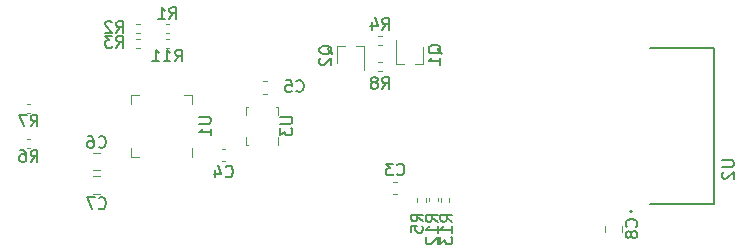
<source format=gbr>
%TF.GenerationSoftware,KiCad,Pcbnew,(7.0.0)*%
%TF.CreationDate,2023-10-22T09:50:51+03:00*%
%TF.ProjectId,nanoInvaderBot-logic,6e616e6f-496e-4766-9164-6572426f742d,rev?*%
%TF.SameCoordinates,Original*%
%TF.FileFunction,Legend,Bot*%
%TF.FilePolarity,Positive*%
%FSLAX46Y46*%
G04 Gerber Fmt 4.6, Leading zero omitted, Abs format (unit mm)*
G04 Created by KiCad (PCBNEW (7.0.0)) date 2023-10-22 09:50:51*
%MOMM*%
%LPD*%
G01*
G04 APERTURE LIST*
%ADD10C,0.150000*%
%ADD11C,0.120000*%
%ADD12C,0.127000*%
%ADD13C,0.200000*%
G04 APERTURE END LIST*
D10*
%TO.C,R2*%
X129666666Y-92117380D02*
X129999999Y-91641190D01*
X130238094Y-92117380D02*
X130238094Y-91117380D01*
X130238094Y-91117380D02*
X129857142Y-91117380D01*
X129857142Y-91117380D02*
X129761904Y-91165000D01*
X129761904Y-91165000D02*
X129714285Y-91212619D01*
X129714285Y-91212619D02*
X129666666Y-91307857D01*
X129666666Y-91307857D02*
X129666666Y-91450714D01*
X129666666Y-91450714D02*
X129714285Y-91545952D01*
X129714285Y-91545952D02*
X129761904Y-91593571D01*
X129761904Y-91593571D02*
X129857142Y-91641190D01*
X129857142Y-91641190D02*
X130238094Y-91641190D01*
X129285713Y-91212619D02*
X129238094Y-91165000D01*
X129238094Y-91165000D02*
X129142856Y-91117380D01*
X129142856Y-91117380D02*
X128904761Y-91117380D01*
X128904761Y-91117380D02*
X128809523Y-91165000D01*
X128809523Y-91165000D02*
X128761904Y-91212619D01*
X128761904Y-91212619D02*
X128714285Y-91307857D01*
X128714285Y-91307857D02*
X128714285Y-91403095D01*
X128714285Y-91403095D02*
X128761904Y-91545952D01*
X128761904Y-91545952D02*
X129333332Y-92117380D01*
X129333332Y-92117380D02*
X128714285Y-92117380D01*
%TO.C,U3*%
X143567380Y-99238095D02*
X144376904Y-99238095D01*
X144376904Y-99238095D02*
X144472142Y-99285714D01*
X144472142Y-99285714D02*
X144519761Y-99333333D01*
X144519761Y-99333333D02*
X144567380Y-99428571D01*
X144567380Y-99428571D02*
X144567380Y-99619047D01*
X144567380Y-99619047D02*
X144519761Y-99714285D01*
X144519761Y-99714285D02*
X144472142Y-99761904D01*
X144472142Y-99761904D02*
X144376904Y-99809523D01*
X144376904Y-99809523D02*
X143567380Y-99809523D01*
X143567380Y-100190476D02*
X143567380Y-100809523D01*
X143567380Y-100809523D02*
X143948333Y-100476190D01*
X143948333Y-100476190D02*
X143948333Y-100619047D01*
X143948333Y-100619047D02*
X143995952Y-100714285D01*
X143995952Y-100714285D02*
X144043571Y-100761904D01*
X144043571Y-100761904D02*
X144138809Y-100809523D01*
X144138809Y-100809523D02*
X144376904Y-100809523D01*
X144376904Y-100809523D02*
X144472142Y-100761904D01*
X144472142Y-100761904D02*
X144519761Y-100714285D01*
X144519761Y-100714285D02*
X144567380Y-100619047D01*
X144567380Y-100619047D02*
X144567380Y-100333333D01*
X144567380Y-100333333D02*
X144519761Y-100238095D01*
X144519761Y-100238095D02*
X144472142Y-100190476D01*
%TO.C,C5*%
X144916666Y-97022142D02*
X144964285Y-97069761D01*
X144964285Y-97069761D02*
X145107142Y-97117380D01*
X145107142Y-97117380D02*
X145202380Y-97117380D01*
X145202380Y-97117380D02*
X145345237Y-97069761D01*
X145345237Y-97069761D02*
X145440475Y-96974523D01*
X145440475Y-96974523D02*
X145488094Y-96879285D01*
X145488094Y-96879285D02*
X145535713Y-96688809D01*
X145535713Y-96688809D02*
X145535713Y-96545952D01*
X145535713Y-96545952D02*
X145488094Y-96355476D01*
X145488094Y-96355476D02*
X145440475Y-96260238D01*
X145440475Y-96260238D02*
X145345237Y-96165000D01*
X145345237Y-96165000D02*
X145202380Y-96117380D01*
X145202380Y-96117380D02*
X145107142Y-96117380D01*
X145107142Y-96117380D02*
X144964285Y-96165000D01*
X144964285Y-96165000D02*
X144916666Y-96212619D01*
X144011904Y-96117380D02*
X144488094Y-96117380D01*
X144488094Y-96117380D02*
X144535713Y-96593571D01*
X144535713Y-96593571D02*
X144488094Y-96545952D01*
X144488094Y-96545952D02*
X144392856Y-96498333D01*
X144392856Y-96498333D02*
X144154761Y-96498333D01*
X144154761Y-96498333D02*
X144059523Y-96545952D01*
X144059523Y-96545952D02*
X144011904Y-96593571D01*
X144011904Y-96593571D02*
X143964285Y-96688809D01*
X143964285Y-96688809D02*
X143964285Y-96926904D01*
X143964285Y-96926904D02*
X144011904Y-97022142D01*
X144011904Y-97022142D02*
X144059523Y-97069761D01*
X144059523Y-97069761D02*
X144154761Y-97117380D01*
X144154761Y-97117380D02*
X144392856Y-97117380D01*
X144392856Y-97117380D02*
X144488094Y-97069761D01*
X144488094Y-97069761D02*
X144535713Y-97022142D01*
%TO.C,R3*%
X129666666Y-93367380D02*
X129999999Y-92891190D01*
X130238094Y-93367380D02*
X130238094Y-92367380D01*
X130238094Y-92367380D02*
X129857142Y-92367380D01*
X129857142Y-92367380D02*
X129761904Y-92415000D01*
X129761904Y-92415000D02*
X129714285Y-92462619D01*
X129714285Y-92462619D02*
X129666666Y-92557857D01*
X129666666Y-92557857D02*
X129666666Y-92700714D01*
X129666666Y-92700714D02*
X129714285Y-92795952D01*
X129714285Y-92795952D02*
X129761904Y-92843571D01*
X129761904Y-92843571D02*
X129857142Y-92891190D01*
X129857142Y-92891190D02*
X130238094Y-92891190D01*
X129333332Y-92367380D02*
X128714285Y-92367380D01*
X128714285Y-92367380D02*
X129047618Y-92748333D01*
X129047618Y-92748333D02*
X128904761Y-92748333D01*
X128904761Y-92748333D02*
X128809523Y-92795952D01*
X128809523Y-92795952D02*
X128761904Y-92843571D01*
X128761904Y-92843571D02*
X128714285Y-92938809D01*
X128714285Y-92938809D02*
X128714285Y-93176904D01*
X128714285Y-93176904D02*
X128761904Y-93272142D01*
X128761904Y-93272142D02*
X128809523Y-93319761D01*
X128809523Y-93319761D02*
X128904761Y-93367380D01*
X128904761Y-93367380D02*
X129190475Y-93367380D01*
X129190475Y-93367380D02*
X129285713Y-93319761D01*
X129285713Y-93319761D02*
X129333332Y-93272142D01*
%TO.C,Q1*%
X157212619Y-93904761D02*
X157165000Y-93809523D01*
X157165000Y-93809523D02*
X157069761Y-93714285D01*
X157069761Y-93714285D02*
X156926904Y-93571428D01*
X156926904Y-93571428D02*
X156879285Y-93476190D01*
X156879285Y-93476190D02*
X156879285Y-93380952D01*
X157117380Y-93428571D02*
X157069761Y-93333333D01*
X157069761Y-93333333D02*
X156974523Y-93238095D01*
X156974523Y-93238095D02*
X156784047Y-93190476D01*
X156784047Y-93190476D02*
X156450714Y-93190476D01*
X156450714Y-93190476D02*
X156260238Y-93238095D01*
X156260238Y-93238095D02*
X156165000Y-93333333D01*
X156165000Y-93333333D02*
X156117380Y-93428571D01*
X156117380Y-93428571D02*
X156117380Y-93619047D01*
X156117380Y-93619047D02*
X156165000Y-93714285D01*
X156165000Y-93714285D02*
X156260238Y-93809523D01*
X156260238Y-93809523D02*
X156450714Y-93857142D01*
X156450714Y-93857142D02*
X156784047Y-93857142D01*
X156784047Y-93857142D02*
X156974523Y-93809523D01*
X156974523Y-93809523D02*
X157069761Y-93714285D01*
X157069761Y-93714285D02*
X157117380Y-93619047D01*
X157117380Y-93619047D02*
X157117380Y-93428571D01*
X157117380Y-94809523D02*
X157117380Y-94238095D01*
X157117380Y-94523809D02*
X156117380Y-94523809D01*
X156117380Y-94523809D02*
X156260238Y-94428571D01*
X156260238Y-94428571D02*
X156355476Y-94333333D01*
X156355476Y-94333333D02*
X156403095Y-94238095D01*
%TO.C,C8*%
X173702142Y-108533333D02*
X173749761Y-108485714D01*
X173749761Y-108485714D02*
X173797380Y-108342857D01*
X173797380Y-108342857D02*
X173797380Y-108247619D01*
X173797380Y-108247619D02*
X173749761Y-108104762D01*
X173749761Y-108104762D02*
X173654523Y-108009524D01*
X173654523Y-108009524D02*
X173559285Y-107961905D01*
X173559285Y-107961905D02*
X173368809Y-107914286D01*
X173368809Y-107914286D02*
X173225952Y-107914286D01*
X173225952Y-107914286D02*
X173035476Y-107961905D01*
X173035476Y-107961905D02*
X172940238Y-108009524D01*
X172940238Y-108009524D02*
X172845000Y-108104762D01*
X172845000Y-108104762D02*
X172797380Y-108247619D01*
X172797380Y-108247619D02*
X172797380Y-108342857D01*
X172797380Y-108342857D02*
X172845000Y-108485714D01*
X172845000Y-108485714D02*
X172892619Y-108533333D01*
X173225952Y-109104762D02*
X173178333Y-109009524D01*
X173178333Y-109009524D02*
X173130714Y-108961905D01*
X173130714Y-108961905D02*
X173035476Y-108914286D01*
X173035476Y-108914286D02*
X172987857Y-108914286D01*
X172987857Y-108914286D02*
X172892619Y-108961905D01*
X172892619Y-108961905D02*
X172845000Y-109009524D01*
X172845000Y-109009524D02*
X172797380Y-109104762D01*
X172797380Y-109104762D02*
X172797380Y-109295238D01*
X172797380Y-109295238D02*
X172845000Y-109390476D01*
X172845000Y-109390476D02*
X172892619Y-109438095D01*
X172892619Y-109438095D02*
X172987857Y-109485714D01*
X172987857Y-109485714D02*
X173035476Y-109485714D01*
X173035476Y-109485714D02*
X173130714Y-109438095D01*
X173130714Y-109438095D02*
X173178333Y-109390476D01*
X173178333Y-109390476D02*
X173225952Y-109295238D01*
X173225952Y-109295238D02*
X173225952Y-109104762D01*
X173225952Y-109104762D02*
X173273571Y-109009524D01*
X173273571Y-109009524D02*
X173321190Y-108961905D01*
X173321190Y-108961905D02*
X173416428Y-108914286D01*
X173416428Y-108914286D02*
X173606904Y-108914286D01*
X173606904Y-108914286D02*
X173702142Y-108961905D01*
X173702142Y-108961905D02*
X173749761Y-109009524D01*
X173749761Y-109009524D02*
X173797380Y-109104762D01*
X173797380Y-109104762D02*
X173797380Y-109295238D01*
X173797380Y-109295238D02*
X173749761Y-109390476D01*
X173749761Y-109390476D02*
X173702142Y-109438095D01*
X173702142Y-109438095D02*
X173606904Y-109485714D01*
X173606904Y-109485714D02*
X173416428Y-109485714D01*
X173416428Y-109485714D02*
X173321190Y-109438095D01*
X173321190Y-109438095D02*
X173273571Y-109390476D01*
X173273571Y-109390476D02*
X173225952Y-109295238D01*
%TO.C,U1*%
X136667380Y-99238095D02*
X137476904Y-99238095D01*
X137476904Y-99238095D02*
X137572142Y-99285714D01*
X137572142Y-99285714D02*
X137619761Y-99333333D01*
X137619761Y-99333333D02*
X137667380Y-99428571D01*
X137667380Y-99428571D02*
X137667380Y-99619047D01*
X137667380Y-99619047D02*
X137619761Y-99714285D01*
X137619761Y-99714285D02*
X137572142Y-99761904D01*
X137572142Y-99761904D02*
X137476904Y-99809523D01*
X137476904Y-99809523D02*
X136667380Y-99809523D01*
X137667380Y-100809523D02*
X137667380Y-100238095D01*
X137667380Y-100523809D02*
X136667380Y-100523809D01*
X136667380Y-100523809D02*
X136810238Y-100428571D01*
X136810238Y-100428571D02*
X136905476Y-100333333D01*
X136905476Y-100333333D02*
X136953095Y-100238095D01*
%TO.C,R4*%
X152166666Y-91867380D02*
X152499999Y-91391190D01*
X152738094Y-91867380D02*
X152738094Y-90867380D01*
X152738094Y-90867380D02*
X152357142Y-90867380D01*
X152357142Y-90867380D02*
X152261904Y-90915000D01*
X152261904Y-90915000D02*
X152214285Y-90962619D01*
X152214285Y-90962619D02*
X152166666Y-91057857D01*
X152166666Y-91057857D02*
X152166666Y-91200714D01*
X152166666Y-91200714D02*
X152214285Y-91295952D01*
X152214285Y-91295952D02*
X152261904Y-91343571D01*
X152261904Y-91343571D02*
X152357142Y-91391190D01*
X152357142Y-91391190D02*
X152738094Y-91391190D01*
X151309523Y-91200714D02*
X151309523Y-91867380D01*
X151547618Y-90819761D02*
X151785713Y-91534047D01*
X151785713Y-91534047D02*
X151166666Y-91534047D01*
%TO.C,R5*%
X155617380Y-108083333D02*
X155141190Y-107750000D01*
X155617380Y-107511905D02*
X154617380Y-107511905D01*
X154617380Y-107511905D02*
X154617380Y-107892857D01*
X154617380Y-107892857D02*
X154665000Y-107988095D01*
X154665000Y-107988095D02*
X154712619Y-108035714D01*
X154712619Y-108035714D02*
X154807857Y-108083333D01*
X154807857Y-108083333D02*
X154950714Y-108083333D01*
X154950714Y-108083333D02*
X155045952Y-108035714D01*
X155045952Y-108035714D02*
X155093571Y-107988095D01*
X155093571Y-107988095D02*
X155141190Y-107892857D01*
X155141190Y-107892857D02*
X155141190Y-107511905D01*
X154617380Y-108988095D02*
X154617380Y-108511905D01*
X154617380Y-108511905D02*
X155093571Y-108464286D01*
X155093571Y-108464286D02*
X155045952Y-108511905D01*
X155045952Y-108511905D02*
X154998333Y-108607143D01*
X154998333Y-108607143D02*
X154998333Y-108845238D01*
X154998333Y-108845238D02*
X155045952Y-108940476D01*
X155045952Y-108940476D02*
X155093571Y-108988095D01*
X155093571Y-108988095D02*
X155188809Y-109035714D01*
X155188809Y-109035714D02*
X155426904Y-109035714D01*
X155426904Y-109035714D02*
X155522142Y-108988095D01*
X155522142Y-108988095D02*
X155569761Y-108940476D01*
X155569761Y-108940476D02*
X155617380Y-108845238D01*
X155617380Y-108845238D02*
X155617380Y-108607143D01*
X155617380Y-108607143D02*
X155569761Y-108511905D01*
X155569761Y-108511905D02*
X155522142Y-108464286D01*
%TO.C,Q2*%
X147962619Y-93954761D02*
X147915000Y-93859523D01*
X147915000Y-93859523D02*
X147819761Y-93764285D01*
X147819761Y-93764285D02*
X147676904Y-93621428D01*
X147676904Y-93621428D02*
X147629285Y-93526190D01*
X147629285Y-93526190D02*
X147629285Y-93430952D01*
X147867380Y-93478571D02*
X147819761Y-93383333D01*
X147819761Y-93383333D02*
X147724523Y-93288095D01*
X147724523Y-93288095D02*
X147534047Y-93240476D01*
X147534047Y-93240476D02*
X147200714Y-93240476D01*
X147200714Y-93240476D02*
X147010238Y-93288095D01*
X147010238Y-93288095D02*
X146915000Y-93383333D01*
X146915000Y-93383333D02*
X146867380Y-93478571D01*
X146867380Y-93478571D02*
X146867380Y-93669047D01*
X146867380Y-93669047D02*
X146915000Y-93764285D01*
X146915000Y-93764285D02*
X147010238Y-93859523D01*
X147010238Y-93859523D02*
X147200714Y-93907142D01*
X147200714Y-93907142D02*
X147534047Y-93907142D01*
X147534047Y-93907142D02*
X147724523Y-93859523D01*
X147724523Y-93859523D02*
X147819761Y-93764285D01*
X147819761Y-93764285D02*
X147867380Y-93669047D01*
X147867380Y-93669047D02*
X147867380Y-93478571D01*
X146962619Y-94288095D02*
X146915000Y-94335714D01*
X146915000Y-94335714D02*
X146867380Y-94430952D01*
X146867380Y-94430952D02*
X146867380Y-94669047D01*
X146867380Y-94669047D02*
X146915000Y-94764285D01*
X146915000Y-94764285D02*
X146962619Y-94811904D01*
X146962619Y-94811904D02*
X147057857Y-94859523D01*
X147057857Y-94859523D02*
X147153095Y-94859523D01*
X147153095Y-94859523D02*
X147295952Y-94811904D01*
X147295952Y-94811904D02*
X147867380Y-94240476D01*
X147867380Y-94240476D02*
X147867380Y-94859523D01*
%TO.C,R8*%
X152166666Y-96867380D02*
X152499999Y-96391190D01*
X152738094Y-96867380D02*
X152738094Y-95867380D01*
X152738094Y-95867380D02*
X152357142Y-95867380D01*
X152357142Y-95867380D02*
X152261904Y-95915000D01*
X152261904Y-95915000D02*
X152214285Y-95962619D01*
X152214285Y-95962619D02*
X152166666Y-96057857D01*
X152166666Y-96057857D02*
X152166666Y-96200714D01*
X152166666Y-96200714D02*
X152214285Y-96295952D01*
X152214285Y-96295952D02*
X152261904Y-96343571D01*
X152261904Y-96343571D02*
X152357142Y-96391190D01*
X152357142Y-96391190D02*
X152738094Y-96391190D01*
X151595237Y-96295952D02*
X151690475Y-96248333D01*
X151690475Y-96248333D02*
X151738094Y-96200714D01*
X151738094Y-96200714D02*
X151785713Y-96105476D01*
X151785713Y-96105476D02*
X151785713Y-96057857D01*
X151785713Y-96057857D02*
X151738094Y-95962619D01*
X151738094Y-95962619D02*
X151690475Y-95915000D01*
X151690475Y-95915000D02*
X151595237Y-95867380D01*
X151595237Y-95867380D02*
X151404761Y-95867380D01*
X151404761Y-95867380D02*
X151309523Y-95915000D01*
X151309523Y-95915000D02*
X151261904Y-95962619D01*
X151261904Y-95962619D02*
X151214285Y-96057857D01*
X151214285Y-96057857D02*
X151214285Y-96105476D01*
X151214285Y-96105476D02*
X151261904Y-96200714D01*
X151261904Y-96200714D02*
X151309523Y-96248333D01*
X151309523Y-96248333D02*
X151404761Y-96295952D01*
X151404761Y-96295952D02*
X151595237Y-96295952D01*
X151595237Y-96295952D02*
X151690475Y-96343571D01*
X151690475Y-96343571D02*
X151738094Y-96391190D01*
X151738094Y-96391190D02*
X151785713Y-96486428D01*
X151785713Y-96486428D02*
X151785713Y-96676904D01*
X151785713Y-96676904D02*
X151738094Y-96772142D01*
X151738094Y-96772142D02*
X151690475Y-96819761D01*
X151690475Y-96819761D02*
X151595237Y-96867380D01*
X151595237Y-96867380D02*
X151404761Y-96867380D01*
X151404761Y-96867380D02*
X151309523Y-96819761D01*
X151309523Y-96819761D02*
X151261904Y-96772142D01*
X151261904Y-96772142D02*
X151214285Y-96676904D01*
X151214285Y-96676904D02*
X151214285Y-96486428D01*
X151214285Y-96486428D02*
X151261904Y-96391190D01*
X151261904Y-96391190D02*
X151309523Y-96343571D01*
X151309523Y-96343571D02*
X151404761Y-96295952D01*
%TO.C,R11*%
X134637857Y-94537380D02*
X134971190Y-94061190D01*
X135209285Y-94537380D02*
X135209285Y-93537380D01*
X135209285Y-93537380D02*
X134828333Y-93537380D01*
X134828333Y-93537380D02*
X134733095Y-93585000D01*
X134733095Y-93585000D02*
X134685476Y-93632619D01*
X134685476Y-93632619D02*
X134637857Y-93727857D01*
X134637857Y-93727857D02*
X134637857Y-93870714D01*
X134637857Y-93870714D02*
X134685476Y-93965952D01*
X134685476Y-93965952D02*
X134733095Y-94013571D01*
X134733095Y-94013571D02*
X134828333Y-94061190D01*
X134828333Y-94061190D02*
X135209285Y-94061190D01*
X133685476Y-94537380D02*
X134256904Y-94537380D01*
X133971190Y-94537380D02*
X133971190Y-93537380D01*
X133971190Y-93537380D02*
X134066428Y-93680238D01*
X134066428Y-93680238D02*
X134161666Y-93775476D01*
X134161666Y-93775476D02*
X134256904Y-93823095D01*
X132733095Y-94537380D02*
X133304523Y-94537380D01*
X133018809Y-94537380D02*
X133018809Y-93537380D01*
X133018809Y-93537380D02*
X133114047Y-93680238D01*
X133114047Y-93680238D02*
X133209285Y-93775476D01*
X133209285Y-93775476D02*
X133304523Y-93823095D01*
%TO.C,C4*%
X138916666Y-104272142D02*
X138964285Y-104319761D01*
X138964285Y-104319761D02*
X139107142Y-104367380D01*
X139107142Y-104367380D02*
X139202380Y-104367380D01*
X139202380Y-104367380D02*
X139345237Y-104319761D01*
X139345237Y-104319761D02*
X139440475Y-104224523D01*
X139440475Y-104224523D02*
X139488094Y-104129285D01*
X139488094Y-104129285D02*
X139535713Y-103938809D01*
X139535713Y-103938809D02*
X139535713Y-103795952D01*
X139535713Y-103795952D02*
X139488094Y-103605476D01*
X139488094Y-103605476D02*
X139440475Y-103510238D01*
X139440475Y-103510238D02*
X139345237Y-103415000D01*
X139345237Y-103415000D02*
X139202380Y-103367380D01*
X139202380Y-103367380D02*
X139107142Y-103367380D01*
X139107142Y-103367380D02*
X138964285Y-103415000D01*
X138964285Y-103415000D02*
X138916666Y-103462619D01*
X138059523Y-103700714D02*
X138059523Y-104367380D01*
X138297618Y-103319761D02*
X138535713Y-104034047D01*
X138535713Y-104034047D02*
X137916666Y-104034047D01*
%TO.C,C6*%
X128166666Y-101772142D02*
X128214285Y-101819761D01*
X128214285Y-101819761D02*
X128357142Y-101867380D01*
X128357142Y-101867380D02*
X128452380Y-101867380D01*
X128452380Y-101867380D02*
X128595237Y-101819761D01*
X128595237Y-101819761D02*
X128690475Y-101724523D01*
X128690475Y-101724523D02*
X128738094Y-101629285D01*
X128738094Y-101629285D02*
X128785713Y-101438809D01*
X128785713Y-101438809D02*
X128785713Y-101295952D01*
X128785713Y-101295952D02*
X128738094Y-101105476D01*
X128738094Y-101105476D02*
X128690475Y-101010238D01*
X128690475Y-101010238D02*
X128595237Y-100915000D01*
X128595237Y-100915000D02*
X128452380Y-100867380D01*
X128452380Y-100867380D02*
X128357142Y-100867380D01*
X128357142Y-100867380D02*
X128214285Y-100915000D01*
X128214285Y-100915000D02*
X128166666Y-100962619D01*
X127309523Y-100867380D02*
X127499999Y-100867380D01*
X127499999Y-100867380D02*
X127595237Y-100915000D01*
X127595237Y-100915000D02*
X127642856Y-100962619D01*
X127642856Y-100962619D02*
X127738094Y-101105476D01*
X127738094Y-101105476D02*
X127785713Y-101295952D01*
X127785713Y-101295952D02*
X127785713Y-101676904D01*
X127785713Y-101676904D02*
X127738094Y-101772142D01*
X127738094Y-101772142D02*
X127690475Y-101819761D01*
X127690475Y-101819761D02*
X127595237Y-101867380D01*
X127595237Y-101867380D02*
X127404761Y-101867380D01*
X127404761Y-101867380D02*
X127309523Y-101819761D01*
X127309523Y-101819761D02*
X127261904Y-101772142D01*
X127261904Y-101772142D02*
X127214285Y-101676904D01*
X127214285Y-101676904D02*
X127214285Y-101438809D01*
X127214285Y-101438809D02*
X127261904Y-101343571D01*
X127261904Y-101343571D02*
X127309523Y-101295952D01*
X127309523Y-101295952D02*
X127404761Y-101248333D01*
X127404761Y-101248333D02*
X127595237Y-101248333D01*
X127595237Y-101248333D02*
X127690475Y-101295952D01*
X127690475Y-101295952D02*
X127738094Y-101343571D01*
X127738094Y-101343571D02*
X127785713Y-101438809D01*
%TO.C,U2*%
X180952380Y-102913095D02*
X181761904Y-102913095D01*
X181761904Y-102913095D02*
X181857142Y-102960714D01*
X181857142Y-102960714D02*
X181904761Y-103008333D01*
X181904761Y-103008333D02*
X181952380Y-103103571D01*
X181952380Y-103103571D02*
X181952380Y-103294047D01*
X181952380Y-103294047D02*
X181904761Y-103389285D01*
X181904761Y-103389285D02*
X181857142Y-103436904D01*
X181857142Y-103436904D02*
X181761904Y-103484523D01*
X181761904Y-103484523D02*
X180952380Y-103484523D01*
X181047619Y-103913095D02*
X181000000Y-103960714D01*
X181000000Y-103960714D02*
X180952380Y-104055952D01*
X180952380Y-104055952D02*
X180952380Y-104294047D01*
X180952380Y-104294047D02*
X181000000Y-104389285D01*
X181000000Y-104389285D02*
X181047619Y-104436904D01*
X181047619Y-104436904D02*
X181142857Y-104484523D01*
X181142857Y-104484523D02*
X181238095Y-104484523D01*
X181238095Y-104484523D02*
X181380952Y-104436904D01*
X181380952Y-104436904D02*
X181952380Y-103865476D01*
X181952380Y-103865476D02*
X181952380Y-104484523D01*
%TO.C,R6*%
X122416666Y-103037380D02*
X122749999Y-102561190D01*
X122988094Y-103037380D02*
X122988094Y-102037380D01*
X122988094Y-102037380D02*
X122607142Y-102037380D01*
X122607142Y-102037380D02*
X122511904Y-102085000D01*
X122511904Y-102085000D02*
X122464285Y-102132619D01*
X122464285Y-102132619D02*
X122416666Y-102227857D01*
X122416666Y-102227857D02*
X122416666Y-102370714D01*
X122416666Y-102370714D02*
X122464285Y-102465952D01*
X122464285Y-102465952D02*
X122511904Y-102513571D01*
X122511904Y-102513571D02*
X122607142Y-102561190D01*
X122607142Y-102561190D02*
X122988094Y-102561190D01*
X121559523Y-102037380D02*
X121749999Y-102037380D01*
X121749999Y-102037380D02*
X121845237Y-102085000D01*
X121845237Y-102085000D02*
X121892856Y-102132619D01*
X121892856Y-102132619D02*
X121988094Y-102275476D01*
X121988094Y-102275476D02*
X122035713Y-102465952D01*
X122035713Y-102465952D02*
X122035713Y-102846904D01*
X122035713Y-102846904D02*
X121988094Y-102942142D01*
X121988094Y-102942142D02*
X121940475Y-102989761D01*
X121940475Y-102989761D02*
X121845237Y-103037380D01*
X121845237Y-103037380D02*
X121654761Y-103037380D01*
X121654761Y-103037380D02*
X121559523Y-102989761D01*
X121559523Y-102989761D02*
X121511904Y-102942142D01*
X121511904Y-102942142D02*
X121464285Y-102846904D01*
X121464285Y-102846904D02*
X121464285Y-102608809D01*
X121464285Y-102608809D02*
X121511904Y-102513571D01*
X121511904Y-102513571D02*
X121559523Y-102465952D01*
X121559523Y-102465952D02*
X121654761Y-102418333D01*
X121654761Y-102418333D02*
X121845237Y-102418333D01*
X121845237Y-102418333D02*
X121940475Y-102465952D01*
X121940475Y-102465952D02*
X121988094Y-102513571D01*
X121988094Y-102513571D02*
X122035713Y-102608809D01*
%TO.C,R13*%
X158117380Y-108107142D02*
X157641190Y-107773809D01*
X158117380Y-107535714D02*
X157117380Y-107535714D01*
X157117380Y-107535714D02*
X157117380Y-107916666D01*
X157117380Y-107916666D02*
X157165000Y-108011904D01*
X157165000Y-108011904D02*
X157212619Y-108059523D01*
X157212619Y-108059523D02*
X157307857Y-108107142D01*
X157307857Y-108107142D02*
X157450714Y-108107142D01*
X157450714Y-108107142D02*
X157545952Y-108059523D01*
X157545952Y-108059523D02*
X157593571Y-108011904D01*
X157593571Y-108011904D02*
X157641190Y-107916666D01*
X157641190Y-107916666D02*
X157641190Y-107535714D01*
X158117380Y-109059523D02*
X158117380Y-108488095D01*
X158117380Y-108773809D02*
X157117380Y-108773809D01*
X157117380Y-108773809D02*
X157260238Y-108678571D01*
X157260238Y-108678571D02*
X157355476Y-108583333D01*
X157355476Y-108583333D02*
X157403095Y-108488095D01*
X157117380Y-109392857D02*
X157117380Y-110011904D01*
X157117380Y-110011904D02*
X157498333Y-109678571D01*
X157498333Y-109678571D02*
X157498333Y-109821428D01*
X157498333Y-109821428D02*
X157545952Y-109916666D01*
X157545952Y-109916666D02*
X157593571Y-109964285D01*
X157593571Y-109964285D02*
X157688809Y-110011904D01*
X157688809Y-110011904D02*
X157926904Y-110011904D01*
X157926904Y-110011904D02*
X158022142Y-109964285D01*
X158022142Y-109964285D02*
X158069761Y-109916666D01*
X158069761Y-109916666D02*
X158117380Y-109821428D01*
X158117380Y-109821428D02*
X158117380Y-109535714D01*
X158117380Y-109535714D02*
X158069761Y-109440476D01*
X158069761Y-109440476D02*
X158022142Y-109392857D01*
%TO.C,R12*%
X156867380Y-108107142D02*
X156391190Y-107773809D01*
X156867380Y-107535714D02*
X155867380Y-107535714D01*
X155867380Y-107535714D02*
X155867380Y-107916666D01*
X155867380Y-107916666D02*
X155915000Y-108011904D01*
X155915000Y-108011904D02*
X155962619Y-108059523D01*
X155962619Y-108059523D02*
X156057857Y-108107142D01*
X156057857Y-108107142D02*
X156200714Y-108107142D01*
X156200714Y-108107142D02*
X156295952Y-108059523D01*
X156295952Y-108059523D02*
X156343571Y-108011904D01*
X156343571Y-108011904D02*
X156391190Y-107916666D01*
X156391190Y-107916666D02*
X156391190Y-107535714D01*
X156867380Y-109059523D02*
X156867380Y-108488095D01*
X156867380Y-108773809D02*
X155867380Y-108773809D01*
X155867380Y-108773809D02*
X156010238Y-108678571D01*
X156010238Y-108678571D02*
X156105476Y-108583333D01*
X156105476Y-108583333D02*
X156153095Y-108488095D01*
X155962619Y-109440476D02*
X155915000Y-109488095D01*
X155915000Y-109488095D02*
X155867380Y-109583333D01*
X155867380Y-109583333D02*
X155867380Y-109821428D01*
X155867380Y-109821428D02*
X155915000Y-109916666D01*
X155915000Y-109916666D02*
X155962619Y-109964285D01*
X155962619Y-109964285D02*
X156057857Y-110011904D01*
X156057857Y-110011904D02*
X156153095Y-110011904D01*
X156153095Y-110011904D02*
X156295952Y-109964285D01*
X156295952Y-109964285D02*
X156867380Y-109392857D01*
X156867380Y-109392857D02*
X156867380Y-110011904D01*
%TO.C,R7*%
X122416666Y-100037380D02*
X122749999Y-99561190D01*
X122988094Y-100037380D02*
X122988094Y-99037380D01*
X122988094Y-99037380D02*
X122607142Y-99037380D01*
X122607142Y-99037380D02*
X122511904Y-99085000D01*
X122511904Y-99085000D02*
X122464285Y-99132619D01*
X122464285Y-99132619D02*
X122416666Y-99227857D01*
X122416666Y-99227857D02*
X122416666Y-99370714D01*
X122416666Y-99370714D02*
X122464285Y-99465952D01*
X122464285Y-99465952D02*
X122511904Y-99513571D01*
X122511904Y-99513571D02*
X122607142Y-99561190D01*
X122607142Y-99561190D02*
X122988094Y-99561190D01*
X122083332Y-99037380D02*
X121416666Y-99037380D01*
X121416666Y-99037380D02*
X121845237Y-100037380D01*
%TO.C,R1*%
X134171666Y-90947380D02*
X134504999Y-90471190D01*
X134743094Y-90947380D02*
X134743094Y-89947380D01*
X134743094Y-89947380D02*
X134362142Y-89947380D01*
X134362142Y-89947380D02*
X134266904Y-89995000D01*
X134266904Y-89995000D02*
X134219285Y-90042619D01*
X134219285Y-90042619D02*
X134171666Y-90137857D01*
X134171666Y-90137857D02*
X134171666Y-90280714D01*
X134171666Y-90280714D02*
X134219285Y-90375952D01*
X134219285Y-90375952D02*
X134266904Y-90423571D01*
X134266904Y-90423571D02*
X134362142Y-90471190D01*
X134362142Y-90471190D02*
X134743094Y-90471190D01*
X133219285Y-90947380D02*
X133790713Y-90947380D01*
X133504999Y-90947380D02*
X133504999Y-89947380D01*
X133504999Y-89947380D02*
X133600237Y-90090238D01*
X133600237Y-90090238D02*
X133695475Y-90185476D01*
X133695475Y-90185476D02*
X133790713Y-90233095D01*
%TO.C,C7*%
X128166666Y-106952142D02*
X128214285Y-106999761D01*
X128214285Y-106999761D02*
X128357142Y-107047380D01*
X128357142Y-107047380D02*
X128452380Y-107047380D01*
X128452380Y-107047380D02*
X128595237Y-106999761D01*
X128595237Y-106999761D02*
X128690475Y-106904523D01*
X128690475Y-106904523D02*
X128738094Y-106809285D01*
X128738094Y-106809285D02*
X128785713Y-106618809D01*
X128785713Y-106618809D02*
X128785713Y-106475952D01*
X128785713Y-106475952D02*
X128738094Y-106285476D01*
X128738094Y-106285476D02*
X128690475Y-106190238D01*
X128690475Y-106190238D02*
X128595237Y-106095000D01*
X128595237Y-106095000D02*
X128452380Y-106047380D01*
X128452380Y-106047380D02*
X128357142Y-106047380D01*
X128357142Y-106047380D02*
X128214285Y-106095000D01*
X128214285Y-106095000D02*
X128166666Y-106142619D01*
X127833332Y-106047380D02*
X127166666Y-106047380D01*
X127166666Y-106047380D02*
X127595237Y-107047380D01*
%TO.C,C3*%
X153441666Y-104092142D02*
X153489285Y-104139761D01*
X153489285Y-104139761D02*
X153632142Y-104187380D01*
X153632142Y-104187380D02*
X153727380Y-104187380D01*
X153727380Y-104187380D02*
X153870237Y-104139761D01*
X153870237Y-104139761D02*
X153965475Y-104044523D01*
X153965475Y-104044523D02*
X154013094Y-103949285D01*
X154013094Y-103949285D02*
X154060713Y-103758809D01*
X154060713Y-103758809D02*
X154060713Y-103615952D01*
X154060713Y-103615952D02*
X154013094Y-103425476D01*
X154013094Y-103425476D02*
X153965475Y-103330238D01*
X153965475Y-103330238D02*
X153870237Y-103235000D01*
X153870237Y-103235000D02*
X153727380Y-103187380D01*
X153727380Y-103187380D02*
X153632142Y-103187380D01*
X153632142Y-103187380D02*
X153489285Y-103235000D01*
X153489285Y-103235000D02*
X153441666Y-103282619D01*
X153108332Y-103187380D02*
X152489285Y-103187380D01*
X152489285Y-103187380D02*
X152822618Y-103568333D01*
X152822618Y-103568333D02*
X152679761Y-103568333D01*
X152679761Y-103568333D02*
X152584523Y-103615952D01*
X152584523Y-103615952D02*
X152536904Y-103663571D01*
X152536904Y-103663571D02*
X152489285Y-103758809D01*
X152489285Y-103758809D02*
X152489285Y-103996904D01*
X152489285Y-103996904D02*
X152536904Y-104092142D01*
X152536904Y-104092142D02*
X152584523Y-104139761D01*
X152584523Y-104139761D02*
X152679761Y-104187380D01*
X152679761Y-104187380D02*
X152965475Y-104187380D01*
X152965475Y-104187380D02*
X153060713Y-104139761D01*
X153060713Y-104139761D02*
X153108332Y-104092142D01*
D11*
%TO.C,R2*%
X131351359Y-91370000D02*
X131658641Y-91370000D01*
X131351359Y-92130000D02*
X131658641Y-92130000D01*
%TO.C,U3*%
X140640000Y-101610000D02*
X140815000Y-101610000D01*
X140640000Y-100935000D02*
X140640000Y-101610000D01*
X143360000Y-100935000D02*
X143360000Y-101610000D01*
X140640000Y-99065000D02*
X140640000Y-98390000D01*
X143360000Y-99065000D02*
X143360000Y-98390000D01*
X140640000Y-98390000D02*
X140815000Y-98390000D01*
X143360000Y-98390000D02*
X143185000Y-98390000D01*
%TO.C,C5*%
X142109420Y-96240000D02*
X142390580Y-96240000D01*
X142109420Y-97260000D02*
X142390580Y-97260000D01*
%TO.C,R3*%
X131658641Y-93380000D02*
X131351359Y-93380000D01*
X131658641Y-92620000D02*
X131351359Y-92620000D01*
%TO.C,Q1*%
X155660000Y-93320000D02*
X155660000Y-94730000D01*
X155000000Y-94730000D02*
X155660000Y-94730000D01*
X153340000Y-94730000D02*
X153340000Y-92700000D01*
X153340000Y-94730000D02*
X154000000Y-94730000D01*
%TO.C,C8*%
X171015000Y-108961252D02*
X171015000Y-108438748D01*
X172485000Y-108961252D02*
X172485000Y-108438748D01*
%TO.C,U1*%
X130890000Y-102610000D02*
X131615000Y-102610000D01*
X130890000Y-101885000D02*
X130890000Y-102610000D01*
X136110000Y-101885000D02*
X136110000Y-102610000D01*
X130890000Y-98115000D02*
X130890000Y-97390000D01*
X136110000Y-98115000D02*
X136110000Y-97390000D01*
X130890000Y-97390000D02*
X131615000Y-97390000D01*
X136110000Y-97390000D02*
X135385000Y-97390000D01*
%TO.C,R4*%
X151846359Y-92370000D02*
X152153641Y-92370000D01*
X151846359Y-93130000D02*
X152153641Y-93130000D01*
%TO.C,R5*%
X155120000Y-106403641D02*
X155120000Y-106096359D01*
X155880000Y-106403641D02*
X155880000Y-106096359D01*
%TO.C,Q2*%
X148340000Y-94680000D02*
X148340000Y-93270000D01*
X149000000Y-93270000D02*
X148340000Y-93270000D01*
X150660000Y-93270000D02*
X150660000Y-95300000D01*
X150660000Y-93270000D02*
X150000000Y-93270000D01*
%TO.C,R8*%
X152153641Y-95380000D02*
X151846359Y-95380000D01*
X152153641Y-94620000D02*
X151846359Y-94620000D01*
%TO.C,R11*%
X133841359Y-92620000D02*
X134148641Y-92620000D01*
X133841359Y-93380000D02*
X134148641Y-93380000D01*
%TO.C,C4*%
X138890580Y-103010000D02*
X138609420Y-103010000D01*
X138890580Y-101990000D02*
X138609420Y-101990000D01*
%TO.C,C6*%
X127738748Y-102265000D02*
X128261252Y-102265000D01*
X127738748Y-103735000D02*
X128261252Y-103735000D01*
D12*
%TO.C,U2*%
X174870000Y-106600000D02*
X180250000Y-106600000D01*
X180250000Y-106600000D02*
X180250000Y-93400000D01*
X180250000Y-93400000D02*
X174870000Y-93400000D01*
D13*
X173350000Y-107250000D02*
G75*
G03*
X173350000Y-107250000I-100000J0D01*
G01*
D11*
%TO.C,R6*%
X122096359Y-101120000D02*
X122403641Y-101120000D01*
X122096359Y-101880000D02*
X122403641Y-101880000D01*
%TO.C,R13*%
X157120000Y-106403641D02*
X157120000Y-106096359D01*
X157880000Y-106403641D02*
X157880000Y-106096359D01*
%TO.C,R12*%
X156120000Y-106393641D02*
X156120000Y-106086359D01*
X156880000Y-106393641D02*
X156880000Y-106086359D01*
%TO.C,R7*%
X122096359Y-98120000D02*
X122403641Y-98120000D01*
X122096359Y-98880000D02*
X122403641Y-98880000D01*
%TO.C,R1*%
X134158641Y-92130000D02*
X133851359Y-92130000D01*
X134158641Y-91370000D02*
X133851359Y-91370000D01*
%TO.C,C7*%
X127738748Y-104265000D02*
X128261252Y-104265000D01*
X127738748Y-105735000D02*
X128261252Y-105735000D01*
%TO.C,C3*%
X153415580Y-105760000D02*
X153134420Y-105760000D01*
X153415580Y-104740000D02*
X153134420Y-104740000D01*
%TD*%
M02*

</source>
